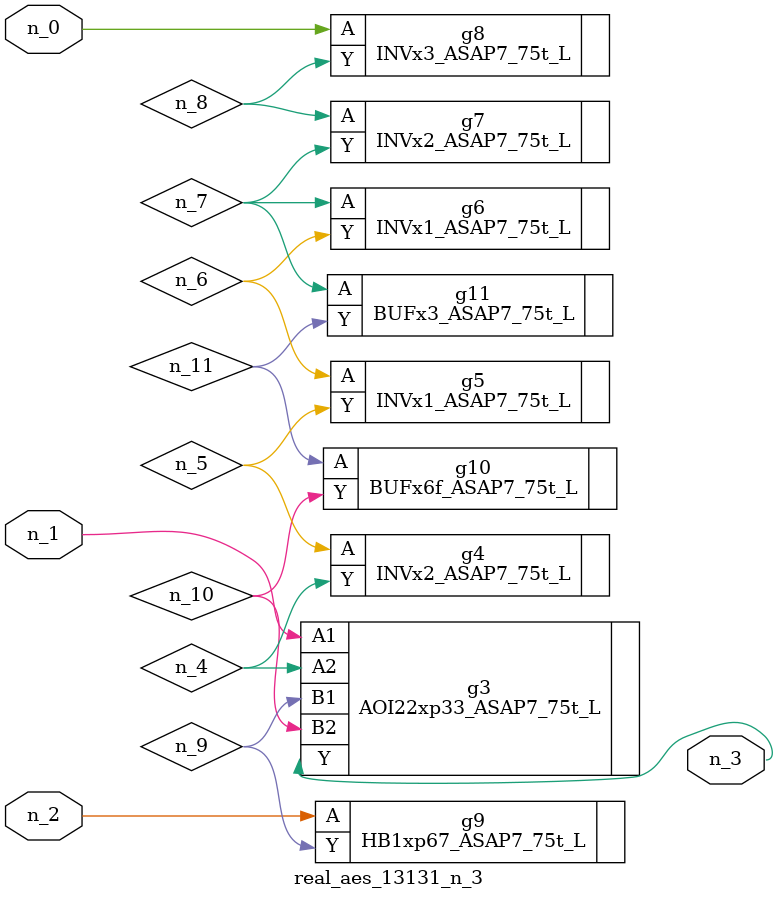
<source format=v>
module real_aes_13131_n_3 (n_0, n_2, n_1, n_3);
input n_0;
input n_2;
input n_1;
output n_3;
wire n_4;
wire n_5;
wire n_7;
wire n_9;
wire n_6;
wire n_8;
wire n_10;
wire n_11;
INVx3_ASAP7_75t_L g8 ( .A(n_0), .Y(n_8) );
AOI22xp33_ASAP7_75t_L g3 ( .A1(n_1), .A2(n_4), .B1(n_9), .B2(n_10), .Y(n_3) );
HB1xp67_ASAP7_75t_L g9 ( .A(n_2), .Y(n_9) );
INVx2_ASAP7_75t_L g4 ( .A(n_5), .Y(n_4) );
INVx1_ASAP7_75t_L g5 ( .A(n_6), .Y(n_5) );
INVx1_ASAP7_75t_L g6 ( .A(n_7), .Y(n_6) );
BUFx3_ASAP7_75t_L g11 ( .A(n_7), .Y(n_11) );
INVx2_ASAP7_75t_L g7 ( .A(n_8), .Y(n_7) );
BUFx6f_ASAP7_75t_L g10 ( .A(n_11), .Y(n_10) );
endmodule
</source>
